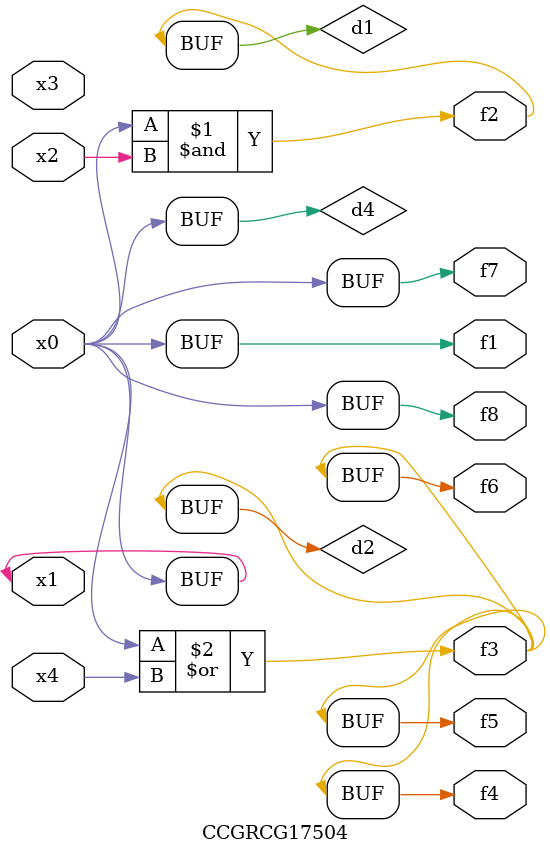
<source format=v>
module CCGRCG17504(
	input x0, x1, x2, x3, x4,
	output f1, f2, f3, f4, f5, f6, f7, f8
);

	wire d1, d2, d3, d4;

	and (d1, x0, x2);
	or (d2, x0, x4);
	nand (d3, x0, x2);
	buf (d4, x0, x1);
	assign f1 = d4;
	assign f2 = d1;
	assign f3 = d2;
	assign f4 = d2;
	assign f5 = d2;
	assign f6 = d2;
	assign f7 = d4;
	assign f8 = d4;
endmodule

</source>
